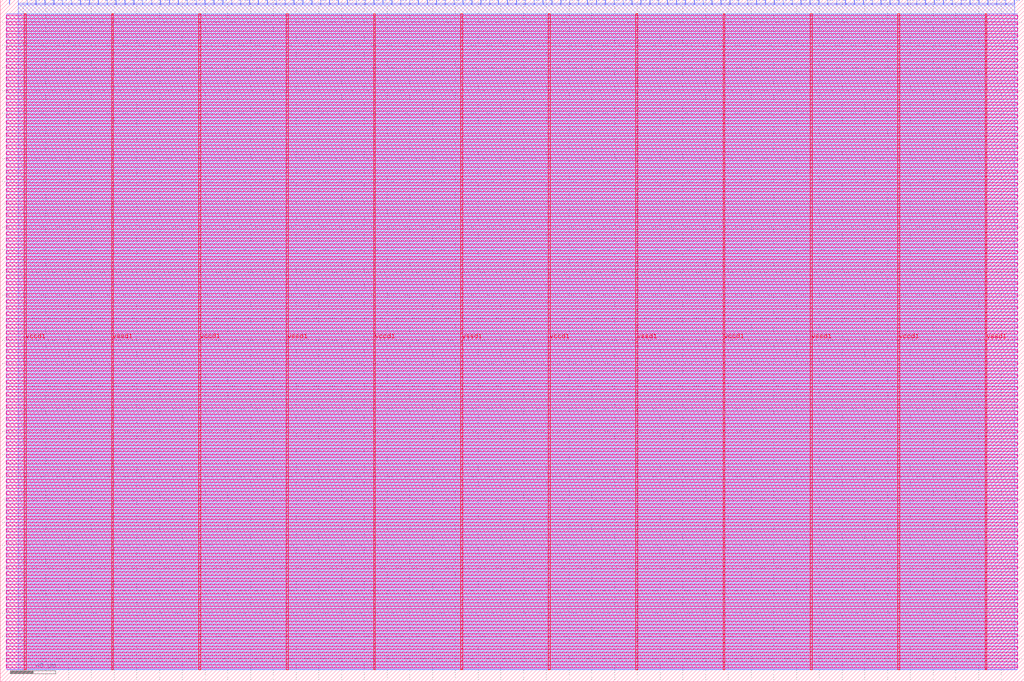
<source format=lef>
VERSION 5.7 ;
  NOWIREEXTENSIONATPIN ON ;
  DIVIDERCHAR "/" ;
  BUSBITCHARS "[]" ;
MACRO user_proj_example
  CLASS BLOCK ;
  FOREIGN user_proj_example ;
  ORIGIN 0.000 0.000 ;
  SIZE 900.000 BY 600.000 ;
  PIN io_in[0]
    DIRECTION INPUT ;
    USE SIGNAL ;
    PORT
      LAYER met2 ;
        RECT 7.910 596.000 8.190 600.000 ;
    END
  END io_in[0]
  PIN io_in[10]
    DIRECTION INPUT ;
    USE SIGNAL ;
    PORT
      LAYER met2 ;
        RECT 242.510 596.000 242.790 600.000 ;
    END
  END io_in[10]
  PIN io_in[11]
    DIRECTION INPUT ;
    USE SIGNAL ;
    PORT
      LAYER met2 ;
        RECT 265.970 596.000 266.250 600.000 ;
    END
  END io_in[11]
  PIN io_in[12]
    DIRECTION INPUT ;
    USE SIGNAL ;
    PORT
      LAYER met2 ;
        RECT 289.430 596.000 289.710 600.000 ;
    END
  END io_in[12]
  PIN io_in[13]
    DIRECTION INPUT ;
    USE SIGNAL ;
    PORT
      LAYER met2 ;
        RECT 312.890 596.000 313.170 600.000 ;
    END
  END io_in[13]
  PIN io_in[14]
    DIRECTION INPUT ;
    USE SIGNAL ;
    PORT
      LAYER met2 ;
        RECT 336.350 596.000 336.630 600.000 ;
    END
  END io_in[14]
  PIN io_in[15]
    DIRECTION INPUT ;
    USE SIGNAL ;
    PORT
      LAYER met2 ;
        RECT 359.810 596.000 360.090 600.000 ;
    END
  END io_in[15]
  PIN io_in[16]
    DIRECTION INPUT ;
    USE SIGNAL ;
    PORT
      LAYER met2 ;
        RECT 383.270 596.000 383.550 600.000 ;
    END
  END io_in[16]
  PIN io_in[17]
    DIRECTION INPUT ;
    USE SIGNAL ;
    PORT
      LAYER met2 ;
        RECT 406.730 596.000 407.010 600.000 ;
    END
  END io_in[17]
  PIN io_in[18]
    DIRECTION INPUT ;
    USE SIGNAL ;
    PORT
      LAYER met2 ;
        RECT 430.190 596.000 430.470 600.000 ;
    END
  END io_in[18]
  PIN io_in[19]
    DIRECTION INPUT ;
    USE SIGNAL ;
    PORT
      LAYER met2 ;
        RECT 453.650 596.000 453.930 600.000 ;
    END
  END io_in[19]
  PIN io_in[1]
    DIRECTION INPUT ;
    USE SIGNAL ;
    PORT
      LAYER met2 ;
        RECT 31.370 596.000 31.650 600.000 ;
    END
  END io_in[1]
  PIN io_in[20]
    DIRECTION INPUT ;
    USE SIGNAL ;
    PORT
      LAYER met2 ;
        RECT 477.110 596.000 477.390 600.000 ;
    END
  END io_in[20]
  PIN io_in[21]
    DIRECTION INPUT ;
    USE SIGNAL ;
    PORT
      LAYER met2 ;
        RECT 500.570 596.000 500.850 600.000 ;
    END
  END io_in[21]
  PIN io_in[22]
    DIRECTION INPUT ;
    USE SIGNAL ;
    PORT
      LAYER met2 ;
        RECT 524.030 596.000 524.310 600.000 ;
    END
  END io_in[22]
  PIN io_in[23]
    DIRECTION INPUT ;
    USE SIGNAL ;
    PORT
      LAYER met2 ;
        RECT 547.490 596.000 547.770 600.000 ;
    END
  END io_in[23]
  PIN io_in[24]
    DIRECTION INPUT ;
    USE SIGNAL ;
    PORT
      LAYER met2 ;
        RECT 570.950 596.000 571.230 600.000 ;
    END
  END io_in[24]
  PIN io_in[25]
    DIRECTION INPUT ;
    USE SIGNAL ;
    PORT
      LAYER met2 ;
        RECT 594.410 596.000 594.690 600.000 ;
    END
  END io_in[25]
  PIN io_in[26]
    DIRECTION INPUT ;
    USE SIGNAL ;
    PORT
      LAYER met2 ;
        RECT 617.870 596.000 618.150 600.000 ;
    END
  END io_in[26]
  PIN io_in[27]
    DIRECTION INPUT ;
    USE SIGNAL ;
    PORT
      LAYER met2 ;
        RECT 641.330 596.000 641.610 600.000 ;
    END
  END io_in[27]
  PIN io_in[28]
    DIRECTION INPUT ;
    USE SIGNAL ;
    PORT
      LAYER met2 ;
        RECT 664.790 596.000 665.070 600.000 ;
    END
  END io_in[28]
  PIN io_in[29]
    DIRECTION INPUT ;
    USE SIGNAL ;
    PORT
      LAYER met2 ;
        RECT 688.250 596.000 688.530 600.000 ;
    END
  END io_in[29]
  PIN io_in[2]
    DIRECTION INPUT ;
    USE SIGNAL ;
    PORT
      LAYER met2 ;
        RECT 54.830 596.000 55.110 600.000 ;
    END
  END io_in[2]
  PIN io_in[30]
    DIRECTION INPUT ;
    USE SIGNAL ;
    PORT
      LAYER met2 ;
        RECT 711.710 596.000 711.990 600.000 ;
    END
  END io_in[30]
  PIN io_in[31]
    DIRECTION INPUT ;
    USE SIGNAL ;
    PORT
      LAYER met2 ;
        RECT 735.170 596.000 735.450 600.000 ;
    END
  END io_in[31]
  PIN io_in[32]
    DIRECTION INPUT ;
    USE SIGNAL ;
    PORT
      LAYER met2 ;
        RECT 758.630 596.000 758.910 600.000 ;
    END
  END io_in[32]
  PIN io_in[33]
    DIRECTION INPUT ;
    USE SIGNAL ;
    PORT
      LAYER met2 ;
        RECT 782.090 596.000 782.370 600.000 ;
    END
  END io_in[33]
  PIN io_in[34]
    DIRECTION INPUT ;
    USE SIGNAL ;
    PORT
      LAYER met2 ;
        RECT 805.550 596.000 805.830 600.000 ;
    END
  END io_in[34]
  PIN io_in[35]
    DIRECTION INPUT ;
    USE SIGNAL ;
    PORT
      LAYER met2 ;
        RECT 829.010 596.000 829.290 600.000 ;
    END
  END io_in[35]
  PIN io_in[36]
    DIRECTION INPUT ;
    USE SIGNAL ;
    PORT
      LAYER met2 ;
        RECT 852.470 596.000 852.750 600.000 ;
    END
  END io_in[36]
  PIN io_in[37]
    DIRECTION INPUT ;
    USE SIGNAL ;
    PORT
      LAYER met2 ;
        RECT 875.930 596.000 876.210 600.000 ;
    END
  END io_in[37]
  PIN io_in[3]
    DIRECTION INPUT ;
    USE SIGNAL ;
    PORT
      LAYER met2 ;
        RECT 78.290 596.000 78.570 600.000 ;
    END
  END io_in[3]
  PIN io_in[4]
    DIRECTION INPUT ;
    USE SIGNAL ;
    PORT
      LAYER met2 ;
        RECT 101.750 596.000 102.030 600.000 ;
    END
  END io_in[4]
  PIN io_in[5]
    DIRECTION INPUT ;
    USE SIGNAL ;
    PORT
      LAYER met2 ;
        RECT 125.210 596.000 125.490 600.000 ;
    END
  END io_in[5]
  PIN io_in[6]
    DIRECTION INPUT ;
    USE SIGNAL ;
    PORT
      LAYER met2 ;
        RECT 148.670 596.000 148.950 600.000 ;
    END
  END io_in[6]
  PIN io_in[7]
    DIRECTION INPUT ;
    USE SIGNAL ;
    PORT
      LAYER met2 ;
        RECT 172.130 596.000 172.410 600.000 ;
    END
  END io_in[7]
  PIN io_in[8]
    DIRECTION INPUT ;
    USE SIGNAL ;
    PORT
      LAYER met2 ;
        RECT 195.590 596.000 195.870 600.000 ;
    END
  END io_in[8]
  PIN io_in[9]
    DIRECTION INPUT ;
    USE SIGNAL ;
    PORT
      LAYER met2 ;
        RECT 219.050 596.000 219.330 600.000 ;
    END
  END io_in[9]
  PIN io_oeb[0]
    DIRECTION OUTPUT TRISTATE ;
    USE SIGNAL ;
    PORT
      LAYER met2 ;
        RECT 15.730 596.000 16.010 600.000 ;
    END
  END io_oeb[0]
  PIN io_oeb[10]
    DIRECTION OUTPUT TRISTATE ;
    USE SIGNAL ;
    PORT
      LAYER met2 ;
        RECT 250.330 596.000 250.610 600.000 ;
    END
  END io_oeb[10]
  PIN io_oeb[11]
    DIRECTION OUTPUT TRISTATE ;
    USE SIGNAL ;
    PORT
      LAYER met2 ;
        RECT 273.790 596.000 274.070 600.000 ;
    END
  END io_oeb[11]
  PIN io_oeb[12]
    DIRECTION OUTPUT TRISTATE ;
    USE SIGNAL ;
    PORT
      LAYER met2 ;
        RECT 297.250 596.000 297.530 600.000 ;
    END
  END io_oeb[12]
  PIN io_oeb[13]
    DIRECTION OUTPUT TRISTATE ;
    USE SIGNAL ;
    PORT
      LAYER met2 ;
        RECT 320.710 596.000 320.990 600.000 ;
    END
  END io_oeb[13]
  PIN io_oeb[14]
    DIRECTION OUTPUT TRISTATE ;
    USE SIGNAL ;
    PORT
      LAYER met2 ;
        RECT 344.170 596.000 344.450 600.000 ;
    END
  END io_oeb[14]
  PIN io_oeb[15]
    DIRECTION OUTPUT TRISTATE ;
    USE SIGNAL ;
    PORT
      LAYER met2 ;
        RECT 367.630 596.000 367.910 600.000 ;
    END
  END io_oeb[15]
  PIN io_oeb[16]
    DIRECTION OUTPUT TRISTATE ;
    USE SIGNAL ;
    PORT
      LAYER met2 ;
        RECT 391.090 596.000 391.370 600.000 ;
    END
  END io_oeb[16]
  PIN io_oeb[17]
    DIRECTION OUTPUT TRISTATE ;
    USE SIGNAL ;
    PORT
      LAYER met2 ;
        RECT 414.550 596.000 414.830 600.000 ;
    END
  END io_oeb[17]
  PIN io_oeb[18]
    DIRECTION OUTPUT TRISTATE ;
    USE SIGNAL ;
    PORT
      LAYER met2 ;
        RECT 438.010 596.000 438.290 600.000 ;
    END
  END io_oeb[18]
  PIN io_oeb[19]
    DIRECTION OUTPUT TRISTATE ;
    USE SIGNAL ;
    PORT
      LAYER met2 ;
        RECT 461.470 596.000 461.750 600.000 ;
    END
  END io_oeb[19]
  PIN io_oeb[1]
    DIRECTION OUTPUT TRISTATE ;
    USE SIGNAL ;
    PORT
      LAYER met2 ;
        RECT 39.190 596.000 39.470 600.000 ;
    END
  END io_oeb[1]
  PIN io_oeb[20]
    DIRECTION OUTPUT TRISTATE ;
    USE SIGNAL ;
    PORT
      LAYER met2 ;
        RECT 484.930 596.000 485.210 600.000 ;
    END
  END io_oeb[20]
  PIN io_oeb[21]
    DIRECTION OUTPUT TRISTATE ;
    USE SIGNAL ;
    PORT
      LAYER met2 ;
        RECT 508.390 596.000 508.670 600.000 ;
    END
  END io_oeb[21]
  PIN io_oeb[22]
    DIRECTION OUTPUT TRISTATE ;
    USE SIGNAL ;
    PORT
      LAYER met2 ;
        RECT 531.850 596.000 532.130 600.000 ;
    END
  END io_oeb[22]
  PIN io_oeb[23]
    DIRECTION OUTPUT TRISTATE ;
    USE SIGNAL ;
    PORT
      LAYER met2 ;
        RECT 555.310 596.000 555.590 600.000 ;
    END
  END io_oeb[23]
  PIN io_oeb[24]
    DIRECTION OUTPUT TRISTATE ;
    USE SIGNAL ;
    PORT
      LAYER met2 ;
        RECT 578.770 596.000 579.050 600.000 ;
    END
  END io_oeb[24]
  PIN io_oeb[25]
    DIRECTION OUTPUT TRISTATE ;
    USE SIGNAL ;
    PORT
      LAYER met2 ;
        RECT 602.230 596.000 602.510 600.000 ;
    END
  END io_oeb[25]
  PIN io_oeb[26]
    DIRECTION OUTPUT TRISTATE ;
    USE SIGNAL ;
    PORT
      LAYER met2 ;
        RECT 625.690 596.000 625.970 600.000 ;
    END
  END io_oeb[26]
  PIN io_oeb[27]
    DIRECTION OUTPUT TRISTATE ;
    USE SIGNAL ;
    PORT
      LAYER met2 ;
        RECT 649.150 596.000 649.430 600.000 ;
    END
  END io_oeb[27]
  PIN io_oeb[28]
    DIRECTION OUTPUT TRISTATE ;
    USE SIGNAL ;
    PORT
      LAYER met2 ;
        RECT 672.610 596.000 672.890 600.000 ;
    END
  END io_oeb[28]
  PIN io_oeb[29]
    DIRECTION OUTPUT TRISTATE ;
    USE SIGNAL ;
    PORT
      LAYER met2 ;
        RECT 696.070 596.000 696.350 600.000 ;
    END
  END io_oeb[29]
  PIN io_oeb[2]
    DIRECTION OUTPUT TRISTATE ;
    USE SIGNAL ;
    PORT
      LAYER met2 ;
        RECT 62.650 596.000 62.930 600.000 ;
    END
  END io_oeb[2]
  PIN io_oeb[30]
    DIRECTION OUTPUT TRISTATE ;
    USE SIGNAL ;
    PORT
      LAYER met2 ;
        RECT 719.530 596.000 719.810 600.000 ;
    END
  END io_oeb[30]
  PIN io_oeb[31]
    DIRECTION OUTPUT TRISTATE ;
    USE SIGNAL ;
    PORT
      LAYER met2 ;
        RECT 742.990 596.000 743.270 600.000 ;
    END
  END io_oeb[31]
  PIN io_oeb[32]
    DIRECTION OUTPUT TRISTATE ;
    USE SIGNAL ;
    PORT
      LAYER met2 ;
        RECT 766.450 596.000 766.730 600.000 ;
    END
  END io_oeb[32]
  PIN io_oeb[33]
    DIRECTION OUTPUT TRISTATE ;
    USE SIGNAL ;
    PORT
      LAYER met2 ;
        RECT 789.910 596.000 790.190 600.000 ;
    END
  END io_oeb[33]
  PIN io_oeb[34]
    DIRECTION OUTPUT TRISTATE ;
    USE SIGNAL ;
    PORT
      LAYER met2 ;
        RECT 813.370 596.000 813.650 600.000 ;
    END
  END io_oeb[34]
  PIN io_oeb[35]
    DIRECTION OUTPUT TRISTATE ;
    USE SIGNAL ;
    PORT
      LAYER met2 ;
        RECT 836.830 596.000 837.110 600.000 ;
    END
  END io_oeb[35]
  PIN io_oeb[36]
    DIRECTION OUTPUT TRISTATE ;
    USE SIGNAL ;
    PORT
      LAYER met2 ;
        RECT 860.290 596.000 860.570 600.000 ;
    END
  END io_oeb[36]
  PIN io_oeb[37]
    DIRECTION OUTPUT TRISTATE ;
    USE SIGNAL ;
    PORT
      LAYER met2 ;
        RECT 883.750 596.000 884.030 600.000 ;
    END
  END io_oeb[37]
  PIN io_oeb[3]
    DIRECTION OUTPUT TRISTATE ;
    USE SIGNAL ;
    PORT
      LAYER met2 ;
        RECT 86.110 596.000 86.390 600.000 ;
    END
  END io_oeb[3]
  PIN io_oeb[4]
    DIRECTION OUTPUT TRISTATE ;
    USE SIGNAL ;
    PORT
      LAYER met2 ;
        RECT 109.570 596.000 109.850 600.000 ;
    END
  END io_oeb[4]
  PIN io_oeb[5]
    DIRECTION OUTPUT TRISTATE ;
    USE SIGNAL ;
    PORT
      LAYER met2 ;
        RECT 133.030 596.000 133.310 600.000 ;
    END
  END io_oeb[5]
  PIN io_oeb[6]
    DIRECTION OUTPUT TRISTATE ;
    USE SIGNAL ;
    PORT
      LAYER met2 ;
        RECT 156.490 596.000 156.770 600.000 ;
    END
  END io_oeb[6]
  PIN io_oeb[7]
    DIRECTION OUTPUT TRISTATE ;
    USE SIGNAL ;
    PORT
      LAYER met2 ;
        RECT 179.950 596.000 180.230 600.000 ;
    END
  END io_oeb[7]
  PIN io_oeb[8]
    DIRECTION OUTPUT TRISTATE ;
    USE SIGNAL ;
    PORT
      LAYER met2 ;
        RECT 203.410 596.000 203.690 600.000 ;
    END
  END io_oeb[8]
  PIN io_oeb[9]
    DIRECTION OUTPUT TRISTATE ;
    USE SIGNAL ;
    PORT
      LAYER met2 ;
        RECT 226.870 596.000 227.150 600.000 ;
    END
  END io_oeb[9]
  PIN io_out[0]
    DIRECTION OUTPUT TRISTATE ;
    USE SIGNAL ;
    PORT
      LAYER met2 ;
        RECT 23.550 596.000 23.830 600.000 ;
    END
  END io_out[0]
  PIN io_out[10]
    DIRECTION OUTPUT TRISTATE ;
    USE SIGNAL ;
    PORT
      LAYER met2 ;
        RECT 258.150 596.000 258.430 600.000 ;
    END
  END io_out[10]
  PIN io_out[11]
    DIRECTION OUTPUT TRISTATE ;
    USE SIGNAL ;
    PORT
      LAYER met2 ;
        RECT 281.610 596.000 281.890 600.000 ;
    END
  END io_out[11]
  PIN io_out[12]
    DIRECTION OUTPUT TRISTATE ;
    USE SIGNAL ;
    PORT
      LAYER met2 ;
        RECT 305.070 596.000 305.350 600.000 ;
    END
  END io_out[12]
  PIN io_out[13]
    DIRECTION OUTPUT TRISTATE ;
    USE SIGNAL ;
    PORT
      LAYER met2 ;
        RECT 328.530 596.000 328.810 600.000 ;
    END
  END io_out[13]
  PIN io_out[14]
    DIRECTION OUTPUT TRISTATE ;
    USE SIGNAL ;
    PORT
      LAYER met2 ;
        RECT 351.990 596.000 352.270 600.000 ;
    END
  END io_out[14]
  PIN io_out[15]
    DIRECTION OUTPUT TRISTATE ;
    USE SIGNAL ;
    PORT
      LAYER met2 ;
        RECT 375.450 596.000 375.730 600.000 ;
    END
  END io_out[15]
  PIN io_out[16]
    DIRECTION OUTPUT TRISTATE ;
    USE SIGNAL ;
    PORT
      LAYER met2 ;
        RECT 398.910 596.000 399.190 600.000 ;
    END
  END io_out[16]
  PIN io_out[17]
    DIRECTION OUTPUT TRISTATE ;
    USE SIGNAL ;
    PORT
      LAYER met2 ;
        RECT 422.370 596.000 422.650 600.000 ;
    END
  END io_out[17]
  PIN io_out[18]
    DIRECTION OUTPUT TRISTATE ;
    USE SIGNAL ;
    PORT
      LAYER met2 ;
        RECT 445.830 596.000 446.110 600.000 ;
    END
  END io_out[18]
  PIN io_out[19]
    DIRECTION OUTPUT TRISTATE ;
    USE SIGNAL ;
    PORT
      LAYER met2 ;
        RECT 469.290 596.000 469.570 600.000 ;
    END
  END io_out[19]
  PIN io_out[1]
    DIRECTION OUTPUT TRISTATE ;
    USE SIGNAL ;
    PORT
      LAYER met2 ;
        RECT 47.010 596.000 47.290 600.000 ;
    END
  END io_out[1]
  PIN io_out[20]
    DIRECTION OUTPUT TRISTATE ;
    USE SIGNAL ;
    PORT
      LAYER met2 ;
        RECT 492.750 596.000 493.030 600.000 ;
    END
  END io_out[20]
  PIN io_out[21]
    DIRECTION OUTPUT TRISTATE ;
    USE SIGNAL ;
    PORT
      LAYER met2 ;
        RECT 516.210 596.000 516.490 600.000 ;
    END
  END io_out[21]
  PIN io_out[22]
    DIRECTION OUTPUT TRISTATE ;
    USE SIGNAL ;
    PORT
      LAYER met2 ;
        RECT 539.670 596.000 539.950 600.000 ;
    END
  END io_out[22]
  PIN io_out[23]
    DIRECTION OUTPUT TRISTATE ;
    USE SIGNAL ;
    PORT
      LAYER met2 ;
        RECT 563.130 596.000 563.410 600.000 ;
    END
  END io_out[23]
  PIN io_out[24]
    DIRECTION OUTPUT TRISTATE ;
    USE SIGNAL ;
    PORT
      LAYER met2 ;
        RECT 586.590 596.000 586.870 600.000 ;
    END
  END io_out[24]
  PIN io_out[25]
    DIRECTION OUTPUT TRISTATE ;
    USE SIGNAL ;
    PORT
      LAYER met2 ;
        RECT 610.050 596.000 610.330 600.000 ;
    END
  END io_out[25]
  PIN io_out[26]
    DIRECTION OUTPUT TRISTATE ;
    USE SIGNAL ;
    PORT
      LAYER met2 ;
        RECT 633.510 596.000 633.790 600.000 ;
    END
  END io_out[26]
  PIN io_out[27]
    DIRECTION OUTPUT TRISTATE ;
    USE SIGNAL ;
    PORT
      LAYER met2 ;
        RECT 656.970 596.000 657.250 600.000 ;
    END
  END io_out[27]
  PIN io_out[28]
    DIRECTION OUTPUT TRISTATE ;
    USE SIGNAL ;
    PORT
      LAYER met2 ;
        RECT 680.430 596.000 680.710 600.000 ;
    END
  END io_out[28]
  PIN io_out[29]
    DIRECTION OUTPUT TRISTATE ;
    USE SIGNAL ;
    PORT
      LAYER met2 ;
        RECT 703.890 596.000 704.170 600.000 ;
    END
  END io_out[29]
  PIN io_out[2]
    DIRECTION OUTPUT TRISTATE ;
    USE SIGNAL ;
    PORT
      LAYER met2 ;
        RECT 70.470 596.000 70.750 600.000 ;
    END
  END io_out[2]
  PIN io_out[30]
    DIRECTION OUTPUT TRISTATE ;
    USE SIGNAL ;
    PORT
      LAYER met2 ;
        RECT 727.350 596.000 727.630 600.000 ;
    END
  END io_out[30]
  PIN io_out[31]
    DIRECTION OUTPUT TRISTATE ;
    USE SIGNAL ;
    PORT
      LAYER met2 ;
        RECT 750.810 596.000 751.090 600.000 ;
    END
  END io_out[31]
  PIN io_out[32]
    DIRECTION OUTPUT TRISTATE ;
    USE SIGNAL ;
    PORT
      LAYER met2 ;
        RECT 774.270 596.000 774.550 600.000 ;
    END
  END io_out[32]
  PIN io_out[33]
    DIRECTION OUTPUT TRISTATE ;
    USE SIGNAL ;
    PORT
      LAYER met2 ;
        RECT 797.730 596.000 798.010 600.000 ;
    END
  END io_out[33]
  PIN io_out[34]
    DIRECTION OUTPUT TRISTATE ;
    USE SIGNAL ;
    PORT
      LAYER met2 ;
        RECT 821.190 596.000 821.470 600.000 ;
    END
  END io_out[34]
  PIN io_out[35]
    DIRECTION OUTPUT TRISTATE ;
    USE SIGNAL ;
    PORT
      LAYER met2 ;
        RECT 844.650 596.000 844.930 600.000 ;
    END
  END io_out[35]
  PIN io_out[36]
    DIRECTION OUTPUT TRISTATE ;
    USE SIGNAL ;
    PORT
      LAYER met2 ;
        RECT 868.110 596.000 868.390 600.000 ;
    END
  END io_out[36]
  PIN io_out[37]
    DIRECTION OUTPUT TRISTATE ;
    USE SIGNAL ;
    PORT
      LAYER met2 ;
        RECT 891.570 596.000 891.850 600.000 ;
    END
  END io_out[37]
  PIN io_out[3]
    DIRECTION OUTPUT TRISTATE ;
    USE SIGNAL ;
    PORT
      LAYER met2 ;
        RECT 93.930 596.000 94.210 600.000 ;
    END
  END io_out[3]
  PIN io_out[4]
    DIRECTION OUTPUT TRISTATE ;
    USE SIGNAL ;
    PORT
      LAYER met2 ;
        RECT 117.390 596.000 117.670 600.000 ;
    END
  END io_out[4]
  PIN io_out[5]
    DIRECTION OUTPUT TRISTATE ;
    USE SIGNAL ;
    PORT
      LAYER met2 ;
        RECT 140.850 596.000 141.130 600.000 ;
    END
  END io_out[5]
  PIN io_out[6]
    DIRECTION OUTPUT TRISTATE ;
    USE SIGNAL ;
    PORT
      LAYER met2 ;
        RECT 164.310 596.000 164.590 600.000 ;
    END
  END io_out[6]
  PIN io_out[7]
    DIRECTION OUTPUT TRISTATE ;
    USE SIGNAL ;
    PORT
      LAYER met2 ;
        RECT 187.770 596.000 188.050 600.000 ;
    END
  END io_out[7]
  PIN io_out[8]
    DIRECTION OUTPUT TRISTATE ;
    USE SIGNAL ;
    PORT
      LAYER met2 ;
        RECT 211.230 596.000 211.510 600.000 ;
    END
  END io_out[8]
  PIN io_out[9]
    DIRECTION OUTPUT TRISTATE ;
    USE SIGNAL ;
    PORT
      LAYER met2 ;
        RECT 234.690 596.000 234.970 600.000 ;
    END
  END io_out[9]
  PIN vccd1
    DIRECTION INOUT ;
    USE POWER ;
    PORT
      LAYER met4 ;
        RECT 21.040 10.640 22.640 587.760 ;
    END
    PORT
      LAYER met4 ;
        RECT 174.640 10.640 176.240 587.760 ;
    END
    PORT
      LAYER met4 ;
        RECT 328.240 10.640 329.840 587.760 ;
    END
    PORT
      LAYER met4 ;
        RECT 481.840 10.640 483.440 587.760 ;
    END
    PORT
      LAYER met4 ;
        RECT 635.440 10.640 637.040 587.760 ;
    END
    PORT
      LAYER met4 ;
        RECT 789.040 10.640 790.640 587.760 ;
    END
  END vccd1
  PIN vssd1
    DIRECTION INOUT ;
    USE GROUND ;
    PORT
      LAYER met4 ;
        RECT 97.840 10.640 99.440 587.760 ;
    END
    PORT
      LAYER met4 ;
        RECT 251.440 10.640 253.040 587.760 ;
    END
    PORT
      LAYER met4 ;
        RECT 405.040 10.640 406.640 587.760 ;
    END
    PORT
      LAYER met4 ;
        RECT 558.640 10.640 560.240 587.760 ;
    END
    PORT
      LAYER met4 ;
        RECT 712.240 10.640 713.840 587.760 ;
    END
    PORT
      LAYER met4 ;
        RECT 865.840 10.640 867.440 587.760 ;
    END
  END vssd1
  OBS
      LAYER nwell ;
        RECT 5.330 583.385 894.430 586.215 ;
        RECT 5.330 577.945 894.430 580.775 ;
        RECT 5.330 572.505 894.430 575.335 ;
        RECT 5.330 567.065 894.430 569.895 ;
        RECT 5.330 561.625 894.430 564.455 ;
        RECT 5.330 556.185 894.430 559.015 ;
        RECT 5.330 550.745 894.430 553.575 ;
        RECT 5.330 545.305 894.430 548.135 ;
        RECT 5.330 539.865 894.430 542.695 ;
        RECT 5.330 534.425 894.430 537.255 ;
        RECT 5.330 528.985 894.430 531.815 ;
        RECT 5.330 523.545 894.430 526.375 ;
        RECT 5.330 518.105 894.430 520.935 ;
        RECT 5.330 512.665 894.430 515.495 ;
        RECT 5.330 507.225 894.430 510.055 ;
        RECT 5.330 501.785 894.430 504.615 ;
        RECT 5.330 496.345 894.430 499.175 ;
        RECT 5.330 490.905 894.430 493.735 ;
        RECT 5.330 485.465 894.430 488.295 ;
        RECT 5.330 480.025 894.430 482.855 ;
        RECT 5.330 474.585 894.430 477.415 ;
        RECT 5.330 469.145 894.430 471.975 ;
        RECT 5.330 463.705 894.430 466.535 ;
        RECT 5.330 458.265 894.430 461.095 ;
        RECT 5.330 452.825 894.430 455.655 ;
        RECT 5.330 447.385 894.430 450.215 ;
        RECT 5.330 441.945 894.430 444.775 ;
        RECT 5.330 436.505 894.430 439.335 ;
        RECT 5.330 431.065 894.430 433.895 ;
        RECT 5.330 425.625 894.430 428.455 ;
        RECT 5.330 420.185 894.430 423.015 ;
        RECT 5.330 414.745 894.430 417.575 ;
        RECT 5.330 409.305 894.430 412.135 ;
        RECT 5.330 403.865 894.430 406.695 ;
        RECT 5.330 398.425 894.430 401.255 ;
        RECT 5.330 392.985 894.430 395.815 ;
        RECT 5.330 387.545 894.430 390.375 ;
        RECT 5.330 382.105 894.430 384.935 ;
        RECT 5.330 376.665 894.430 379.495 ;
        RECT 5.330 371.225 894.430 374.055 ;
        RECT 5.330 365.785 894.430 368.615 ;
        RECT 5.330 360.345 894.430 363.175 ;
        RECT 5.330 354.905 894.430 357.735 ;
        RECT 5.330 349.465 894.430 352.295 ;
        RECT 5.330 344.025 894.430 346.855 ;
        RECT 5.330 338.585 894.430 341.415 ;
        RECT 5.330 333.145 894.430 335.975 ;
        RECT 5.330 327.705 894.430 330.535 ;
        RECT 5.330 322.265 894.430 325.095 ;
        RECT 5.330 316.825 894.430 319.655 ;
        RECT 5.330 311.385 894.430 314.215 ;
        RECT 5.330 305.945 894.430 308.775 ;
        RECT 5.330 300.505 894.430 303.335 ;
        RECT 5.330 295.065 894.430 297.895 ;
        RECT 5.330 289.625 894.430 292.455 ;
        RECT 5.330 284.185 894.430 287.015 ;
        RECT 5.330 278.745 894.430 281.575 ;
        RECT 5.330 273.305 894.430 276.135 ;
        RECT 5.330 267.865 894.430 270.695 ;
        RECT 5.330 262.425 894.430 265.255 ;
        RECT 5.330 256.985 894.430 259.815 ;
        RECT 5.330 251.545 894.430 254.375 ;
        RECT 5.330 246.105 894.430 248.935 ;
        RECT 5.330 240.665 894.430 243.495 ;
        RECT 5.330 235.225 894.430 238.055 ;
        RECT 5.330 229.785 894.430 232.615 ;
        RECT 5.330 224.345 894.430 227.175 ;
        RECT 5.330 218.905 894.430 221.735 ;
        RECT 5.330 213.465 894.430 216.295 ;
        RECT 5.330 208.025 894.430 210.855 ;
        RECT 5.330 202.585 894.430 205.415 ;
        RECT 5.330 197.145 894.430 199.975 ;
        RECT 5.330 191.705 894.430 194.535 ;
        RECT 5.330 186.265 894.430 189.095 ;
        RECT 5.330 180.825 894.430 183.655 ;
        RECT 5.330 175.385 894.430 178.215 ;
        RECT 5.330 169.945 894.430 172.775 ;
        RECT 5.330 164.505 894.430 167.335 ;
        RECT 5.330 159.065 894.430 161.895 ;
        RECT 5.330 153.625 894.430 156.455 ;
        RECT 5.330 148.185 894.430 151.015 ;
        RECT 5.330 142.745 894.430 145.575 ;
        RECT 5.330 137.305 894.430 140.135 ;
        RECT 5.330 131.865 894.430 134.695 ;
        RECT 5.330 126.425 894.430 129.255 ;
        RECT 5.330 120.985 894.430 123.815 ;
        RECT 5.330 115.545 894.430 118.375 ;
        RECT 5.330 110.105 894.430 112.935 ;
        RECT 5.330 104.665 894.430 107.495 ;
        RECT 5.330 99.225 894.430 102.055 ;
        RECT 5.330 93.785 894.430 96.615 ;
        RECT 5.330 88.345 894.430 91.175 ;
        RECT 5.330 82.905 894.430 85.735 ;
        RECT 5.330 77.465 894.430 80.295 ;
        RECT 5.330 72.025 894.430 74.855 ;
        RECT 5.330 66.585 894.430 69.415 ;
        RECT 5.330 61.145 894.430 63.975 ;
        RECT 5.330 55.705 894.430 58.535 ;
        RECT 5.330 50.265 894.430 53.095 ;
        RECT 5.330 44.825 894.430 47.655 ;
        RECT 5.330 39.385 894.430 42.215 ;
        RECT 5.330 33.945 894.430 36.775 ;
        RECT 5.330 28.505 894.430 31.335 ;
        RECT 5.330 23.065 894.430 25.895 ;
        RECT 5.330 17.625 894.430 20.455 ;
        RECT 5.330 12.185 894.430 15.015 ;
      LAYER li1 ;
        RECT 5.520 10.795 894.240 587.605 ;
      LAYER met1 ;
        RECT 5.520 10.640 894.240 587.760 ;
      LAYER met2 ;
        RECT 16.290 595.720 23.270 596.770 ;
        RECT 24.110 595.720 31.090 596.770 ;
        RECT 31.930 595.720 38.910 596.770 ;
        RECT 39.750 595.720 46.730 596.770 ;
        RECT 47.570 595.720 54.550 596.770 ;
        RECT 55.390 595.720 62.370 596.770 ;
        RECT 63.210 595.720 70.190 596.770 ;
        RECT 71.030 595.720 78.010 596.770 ;
        RECT 78.850 595.720 85.830 596.770 ;
        RECT 86.670 595.720 93.650 596.770 ;
        RECT 94.490 595.720 101.470 596.770 ;
        RECT 102.310 595.720 109.290 596.770 ;
        RECT 110.130 595.720 117.110 596.770 ;
        RECT 117.950 595.720 124.930 596.770 ;
        RECT 125.770 595.720 132.750 596.770 ;
        RECT 133.590 595.720 140.570 596.770 ;
        RECT 141.410 595.720 148.390 596.770 ;
        RECT 149.230 595.720 156.210 596.770 ;
        RECT 157.050 595.720 164.030 596.770 ;
        RECT 164.870 595.720 171.850 596.770 ;
        RECT 172.690 595.720 179.670 596.770 ;
        RECT 180.510 595.720 187.490 596.770 ;
        RECT 188.330 595.720 195.310 596.770 ;
        RECT 196.150 595.720 203.130 596.770 ;
        RECT 203.970 595.720 210.950 596.770 ;
        RECT 211.790 595.720 218.770 596.770 ;
        RECT 219.610 595.720 226.590 596.770 ;
        RECT 227.430 595.720 234.410 596.770 ;
        RECT 235.250 595.720 242.230 596.770 ;
        RECT 243.070 595.720 250.050 596.770 ;
        RECT 250.890 595.720 257.870 596.770 ;
        RECT 258.710 595.720 265.690 596.770 ;
        RECT 266.530 595.720 273.510 596.770 ;
        RECT 274.350 595.720 281.330 596.770 ;
        RECT 282.170 595.720 289.150 596.770 ;
        RECT 289.990 595.720 296.970 596.770 ;
        RECT 297.810 595.720 304.790 596.770 ;
        RECT 305.630 595.720 312.610 596.770 ;
        RECT 313.450 595.720 320.430 596.770 ;
        RECT 321.270 595.720 328.250 596.770 ;
        RECT 329.090 595.720 336.070 596.770 ;
        RECT 336.910 595.720 343.890 596.770 ;
        RECT 344.730 595.720 351.710 596.770 ;
        RECT 352.550 595.720 359.530 596.770 ;
        RECT 360.370 595.720 367.350 596.770 ;
        RECT 368.190 595.720 375.170 596.770 ;
        RECT 376.010 595.720 382.990 596.770 ;
        RECT 383.830 595.720 390.810 596.770 ;
        RECT 391.650 595.720 398.630 596.770 ;
        RECT 399.470 595.720 406.450 596.770 ;
        RECT 407.290 595.720 414.270 596.770 ;
        RECT 415.110 595.720 422.090 596.770 ;
        RECT 422.930 595.720 429.910 596.770 ;
        RECT 430.750 595.720 437.730 596.770 ;
        RECT 438.570 595.720 445.550 596.770 ;
        RECT 446.390 595.720 453.370 596.770 ;
        RECT 454.210 595.720 461.190 596.770 ;
        RECT 462.030 595.720 469.010 596.770 ;
        RECT 469.850 595.720 476.830 596.770 ;
        RECT 477.670 595.720 484.650 596.770 ;
        RECT 485.490 595.720 492.470 596.770 ;
        RECT 493.310 595.720 500.290 596.770 ;
        RECT 501.130 595.720 508.110 596.770 ;
        RECT 508.950 595.720 515.930 596.770 ;
        RECT 516.770 595.720 523.750 596.770 ;
        RECT 524.590 595.720 531.570 596.770 ;
        RECT 532.410 595.720 539.390 596.770 ;
        RECT 540.230 595.720 547.210 596.770 ;
        RECT 548.050 595.720 555.030 596.770 ;
        RECT 555.870 595.720 562.850 596.770 ;
        RECT 563.690 595.720 570.670 596.770 ;
        RECT 571.510 595.720 578.490 596.770 ;
        RECT 579.330 595.720 586.310 596.770 ;
        RECT 587.150 595.720 594.130 596.770 ;
        RECT 594.970 595.720 601.950 596.770 ;
        RECT 602.790 595.720 609.770 596.770 ;
        RECT 610.610 595.720 617.590 596.770 ;
        RECT 618.430 595.720 625.410 596.770 ;
        RECT 626.250 595.720 633.230 596.770 ;
        RECT 634.070 595.720 641.050 596.770 ;
        RECT 641.890 595.720 648.870 596.770 ;
        RECT 649.710 595.720 656.690 596.770 ;
        RECT 657.530 595.720 664.510 596.770 ;
        RECT 665.350 595.720 672.330 596.770 ;
        RECT 673.170 595.720 680.150 596.770 ;
        RECT 680.990 595.720 687.970 596.770 ;
        RECT 688.810 595.720 695.790 596.770 ;
        RECT 696.630 595.720 703.610 596.770 ;
        RECT 704.450 595.720 711.430 596.770 ;
        RECT 712.270 595.720 719.250 596.770 ;
        RECT 720.090 595.720 727.070 596.770 ;
        RECT 727.910 595.720 734.890 596.770 ;
        RECT 735.730 595.720 742.710 596.770 ;
        RECT 743.550 595.720 750.530 596.770 ;
        RECT 751.370 595.720 758.350 596.770 ;
        RECT 759.190 595.720 766.170 596.770 ;
        RECT 767.010 595.720 773.990 596.770 ;
        RECT 774.830 595.720 781.810 596.770 ;
        RECT 782.650 595.720 789.630 596.770 ;
        RECT 790.470 595.720 797.450 596.770 ;
        RECT 798.290 595.720 805.270 596.770 ;
        RECT 806.110 595.720 813.090 596.770 ;
        RECT 813.930 595.720 820.910 596.770 ;
        RECT 821.750 595.720 828.730 596.770 ;
        RECT 829.570 595.720 836.550 596.770 ;
        RECT 837.390 595.720 844.370 596.770 ;
        RECT 845.210 595.720 852.190 596.770 ;
        RECT 853.030 595.720 860.010 596.770 ;
        RECT 860.850 595.720 867.830 596.770 ;
        RECT 868.670 595.720 875.650 596.770 ;
        RECT 876.490 595.720 883.470 596.770 ;
        RECT 884.310 595.720 891.290 596.770 ;
        RECT 16.010 10.695 891.840 595.720 ;
      LAYER met3 ;
        RECT 21.050 10.715 867.430 587.685 ;
  END
END user_proj_example
END LIBRARY


</source>
